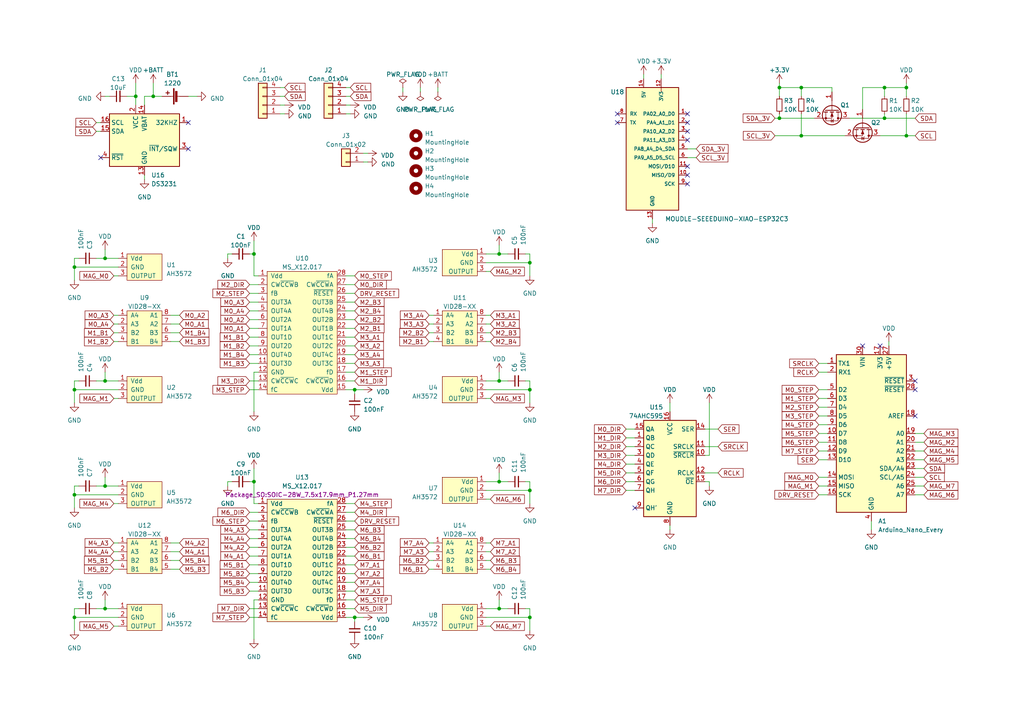
<source format=kicad_sch>
(kicad_sch (version 20230121) (generator eeschema)
  (paper "A4")
  (junction (at 21.59 143.51))
  (junction (at 21.59 179.07))
  (junction (at 153.67 113.03))
  (junction (at 144.78 73.66))
  (junction (at 256.54 34.29))
  (junction (at 144.78 176.53))
  (junction (at 153.67 179.07))
  (junction (at 226.06 34.29))
  (junction (at 30.48 74.93))
  (junction (at 30.48 110.49))
  (junction (at 262.89 39.37))
  (junction (at 232.41 25.4))
  (junction (at 256.54 25.4))
  (junction (at 102.87 113.03))
  (junction (at 21.59 113.03))
  (junction (at 73.66 139.7))
  (junction (at 102.87 179.07))
  (junction (at 226.06 25.4))
  (junction (at 30.48 140.97))
  (junction (at 30.48 176.53))
  (junction (at 44.45 27.94))
  (junction (at 153.67 142.24))
  (junction (at 153.67 76.2))
  (junction (at 144.78 139.7))
  (junction (at 144.78 110.49))
  (junction (at 21.59 77.47))
  (junction (at 232.41 39.37))
  (junction (at 262.89 25.4))
  (junction (at 73.66 73.66))
  (junction (at 39.37 27.94))
  (no_connect (at 199.39 35.56))
  (no_connect (at 250.19 100.33))
  (no_connect (at 179.07 33.02))
  (no_connect (at 199.39 53.34))
  (no_connect (at 179.07 35.56))
  (no_connect (at 265.43 110.49))
  (no_connect (at 199.39 38.1))
  (no_connect (at 54.61 43.18))
  (no_connect (at 265.43 120.65))
  (no_connect (at 29.21 45.72))
  (no_connect (at 255.27 100.33))
  (no_connect (at 184.15 147.32))
  (no_connect (at 265.43 113.03))
  (no_connect (at 199.39 40.64))
  (no_connect (at 54.61 35.56))
  (no_connect (at 199.39 48.26))
  (no_connect (at 199.39 33.02))
  (no_connect (at 199.39 50.8))
  (wire (pts (xy 181.61 129.54) (xy 184.15 129.54)))
  (wire (pts (xy 102.87 100.33) (xy 100.33 100.33)))
  (wire (pts (xy 33.02 115.57) (xy 34.29 115.57)))
  (wire (pts (xy 153.67 110.49) (xy 153.67 113.03)))
  (wire (pts (xy 72.39 82.55) (xy 74.93 82.55)))
  (wire (pts (xy 33.02 157.48) (xy 34.29 157.48)))
  (wire (pts (xy 204.47 129.54) (xy 208.28 129.54)))
  (wire (pts (xy 140.97 73.66) (xy 144.78 73.66)))
  (wire (pts (xy 66.04 73.66) (xy 66.04 74.93)))
  (wire (pts (xy 144.78 107.95) (xy 144.78 110.49)))
  (wire (pts (xy 144.78 137.16) (xy 144.78 139.7)))
  (wire (pts (xy 100.33 25.4) (xy 101.6 25.4)))
  (wire (pts (xy 140.97 93.98) (xy 142.24 93.98)))
  (wire (pts (xy 226.06 33.02) (xy 226.06 34.29)))
  (wire (pts (xy 255.27 39.37) (xy 262.89 39.37)))
  (wire (pts (xy 140.97 139.7) (xy 144.78 139.7)))
  (wire (pts (xy 102.87 92.71) (xy 100.33 92.71)))
  (wire (pts (xy 152.4 139.7) (xy 153.67 139.7)))
  (wire (pts (xy 237.49 133.35) (xy 240.03 133.35)))
  (wire (pts (xy 49.53 99.06) (xy 52.07 99.06)))
  (wire (pts (xy 147.32 110.49) (xy 144.78 110.49)))
  (wire (pts (xy 102.87 95.25) (xy 100.33 95.25)))
  (wire (pts (xy 116.84 25.4) (xy 116.84 26.67)))
  (wire (pts (xy 41.91 30.48) (xy 41.91 27.94)))
  (wire (pts (xy 226.06 34.29) (xy 236.22 34.29)))
  (wire (pts (xy 33.02 93.98) (xy 34.29 93.98)))
  (wire (pts (xy 73.66 135.89) (xy 73.66 139.7)))
  (wire (pts (xy 124.46 157.48) (xy 125.73 157.48)))
  (wire (pts (xy 67.31 73.66) (xy 66.04 73.66)))
  (wire (pts (xy 265.43 135.89) (xy 267.97 135.89)))
  (wire (pts (xy 27.94 110.49) (xy 30.48 110.49)))
  (wire (pts (xy 124.46 165.1) (xy 125.73 165.1)))
  (wire (pts (xy 237.49 140.97) (xy 240.03 140.97)))
  (wire (pts (xy 27.94 176.53) (xy 30.48 176.53)))
  (wire (pts (xy 265.43 143.51) (xy 267.97 143.51)))
  (wire (pts (xy 49.53 91.44) (xy 52.07 91.44)))
  (wire (pts (xy 100.33 30.48) (xy 101.6 30.48)))
  (wire (pts (xy 33.02 160.02) (xy 34.29 160.02)))
  (wire (pts (xy 181.61 132.08) (xy 184.15 132.08)))
  (wire (pts (xy 34.29 74.93) (xy 30.48 74.93)))
  (wire (pts (xy 124.46 93.98) (xy 125.73 93.98)))
  (wire (pts (xy 140.97 91.44) (xy 142.24 91.44)))
  (wire (pts (xy 252.73 151.13) (xy 252.73 153.67)))
  (wire (pts (xy 256.54 25.4) (xy 262.89 25.4)))
  (wire (pts (xy 232.41 25.4) (xy 232.41 27.94)))
  (wire (pts (xy 127 25.4) (xy 127 26.67)))
  (wire (pts (xy 21.59 143.51) (xy 34.29 143.51)))
  (wire (pts (xy 102.87 105.41) (xy 100.33 105.41)))
  (wire (pts (xy 100.33 80.01) (xy 102.87 80.01)))
  (wire (pts (xy 33.02 162.56) (xy 34.29 162.56)))
  (wire (pts (xy 30.48 107.95) (xy 30.48 110.49)))
  (wire (pts (xy 152.4 176.53) (xy 153.67 176.53)))
  (wire (pts (xy 27.94 74.93) (xy 30.48 74.93)))
  (wire (pts (xy 140.97 96.52) (xy 142.24 96.52)))
  (wire (pts (xy 241.3 25.4) (xy 241.3 26.67)))
  (wire (pts (xy 73.66 119.38) (xy 73.66 107.95)))
  (wire (pts (xy 256.54 34.29) (xy 256.54 33.02)))
  (wire (pts (xy 81.28 30.48) (xy 82.55 30.48)))
  (wire (pts (xy 140.97 99.06) (xy 142.24 99.06)))
  (wire (pts (xy 33.02 80.01) (xy 34.29 80.01)))
  (wire (pts (xy 102.87 171.45) (xy 100.33 171.45)))
  (wire (pts (xy 100.33 33.02) (xy 101.6 33.02)))
  (wire (pts (xy 237.49 130.81) (xy 240.03 130.81)))
  (wire (pts (xy 140.97 110.49) (xy 144.78 110.49)))
  (wire (pts (xy 72.39 151.13) (xy 74.93 151.13)))
  (wire (pts (xy 265.43 138.43) (xy 267.97 138.43)))
  (wire (pts (xy 226.06 25.4) (xy 226.06 27.94)))
  (wire (pts (xy 181.61 127) (xy 184.15 127)))
  (wire (pts (xy 147.32 176.53) (xy 144.78 176.53)))
  (wire (pts (xy 105.41 46.99) (xy 106.68 46.99)))
  (wire (pts (xy 44.45 27.94) (xy 46.99 27.94)))
  (wire (pts (xy 72.39 156.21) (xy 74.93 156.21)))
  (wire (pts (xy 49.53 96.52) (xy 52.07 96.52)))
  (wire (pts (xy 102.87 87.63) (xy 100.33 87.63)))
  (wire (pts (xy 144.78 71.12) (xy 144.78 73.66)))
  (wire (pts (xy 142.24 181.61) (xy 140.97 181.61)))
  (wire (pts (xy 100.33 110.49) (xy 102.87 110.49)))
  (wire (pts (xy 191.77 21.59) (xy 191.77 22.86)))
  (wire (pts (xy 153.67 113.03) (xy 140.97 113.03)))
  (wire (pts (xy 21.59 77.47) (xy 34.29 77.47)))
  (wire (pts (xy 232.41 39.37) (xy 245.11 39.37)))
  (wire (pts (xy 153.67 73.66) (xy 153.67 76.2)))
  (wire (pts (xy 102.87 113.03) (xy 102.87 114.3)))
  (wire (pts (xy 237.49 123.19) (xy 240.03 123.19)))
  (wire (pts (xy 33.02 91.44) (xy 34.29 91.44)))
  (wire (pts (xy 142.24 115.57) (xy 140.97 115.57)))
  (wire (pts (xy 81.28 25.4) (xy 82.55 25.4)))
  (wire (pts (xy 246.38 34.29) (xy 256.54 34.29)))
  (wire (pts (xy 72.39 95.25) (xy 74.93 95.25)))
  (wire (pts (xy 100.33 148.59) (xy 102.87 148.59)))
  (wire (pts (xy 67.31 139.7) (xy 66.04 139.7)))
  (wire (pts (xy 72.39 161.29) (xy 74.93 161.29)))
  (wire (pts (xy 142.24 144.78) (xy 140.97 144.78)))
  (wire (pts (xy 153.67 139.7) (xy 153.67 142.24)))
  (wire (pts (xy 39.37 27.94) (xy 39.37 30.48)))
  (wire (pts (xy 237.49 118.11) (xy 240.03 118.11)))
  (wire (pts (xy 102.87 153.67) (xy 100.33 153.67)))
  (wire (pts (xy 34.29 176.53) (xy 30.48 176.53)))
  (wire (pts (xy 140.97 160.02) (xy 142.24 160.02)))
  (wire (pts (xy 140.97 165.1) (xy 142.24 165.1)))
  (wire (pts (xy 181.61 134.62) (xy 184.15 134.62)))
  (wire (pts (xy 44.45 24.13) (xy 44.45 27.94)))
  (wire (pts (xy 30.48 138.43) (xy 30.48 140.97)))
  (wire (pts (xy 72.39 87.63) (xy 74.93 87.63)))
  (wire (pts (xy 72.39 105.41) (xy 74.93 105.41)))
  (wire (pts (xy 102.87 179.07) (xy 105.41 179.07)))
  (wire (pts (xy 73.66 69.85) (xy 73.66 73.66)))
  (wire (pts (xy 100.33 82.55) (xy 102.87 82.55)))
  (wire (pts (xy 153.67 179.07) (xy 140.97 179.07)))
  (wire (pts (xy 237.49 107.95) (xy 240.03 107.95)))
  (wire (pts (xy 72.39 163.83) (xy 74.93 163.83)))
  (wire (pts (xy 189.23 63.5) (xy 189.23 64.77)))
  (wire (pts (xy 49.53 160.02) (xy 52.07 160.02)))
  (wire (pts (xy 72.39 168.91) (xy 74.93 168.91)))
  (wire (pts (xy 262.89 25.4) (xy 262.89 24.13)))
  (wire (pts (xy 33.02 165.1) (xy 34.29 165.1)))
  (wire (pts (xy 81.28 33.02) (xy 82.55 33.02)))
  (wire (pts (xy 100.33 176.53) (xy 102.87 176.53)))
  (wire (pts (xy 153.67 76.2) (xy 153.67 80.01)))
  (wire (pts (xy 72.39 148.59) (xy 74.93 148.59)))
  (wire (pts (xy 100.33 107.95) (xy 102.87 107.95)))
  (wire (pts (xy 33.02 146.05) (xy 34.29 146.05)))
  (wire (pts (xy 237.49 113.03) (xy 240.03 113.03)))
  (wire (pts (xy 41.91 27.94) (xy 44.45 27.94)))
  (wire (pts (xy 237.49 105.41) (xy 240.03 105.41)))
  (wire (pts (xy 102.87 102.87) (xy 100.33 102.87)))
  (wire (pts (xy 49.53 162.56) (xy 52.07 162.56)))
  (wire (pts (xy 121.92 25.4) (xy 121.92 26.67)))
  (wire (pts (xy 262.89 39.37) (xy 262.89 33.02)))
  (wire (pts (xy 72.39 92.71) (xy 74.93 92.71)))
  (wire (pts (xy 22.86 74.93) (xy 21.59 74.93)))
  (wire (pts (xy 73.66 107.95) (xy 74.93 107.95)))
  (wire (pts (xy 74.93 146.05) (xy 73.66 146.05)))
  (wire (pts (xy 72.39 153.67) (xy 74.93 153.67)))
  (wire (pts (xy 72.39 90.17) (xy 74.93 90.17)))
  (wire (pts (xy 72.39 102.87) (xy 74.93 102.87)))
  (wire (pts (xy 100.33 151.13) (xy 102.87 151.13)))
  (wire (pts (xy 72.39 179.07) (xy 74.93 179.07)))
  (wire (pts (xy 30.48 72.39) (xy 30.48 74.93)))
  (wire (pts (xy 100.33 173.99) (xy 102.87 173.99)))
  (wire (pts (xy 257.81 99.06) (xy 257.81 100.33)))
  (wire (pts (xy 256.54 34.29) (xy 265.43 34.29)))
  (wire (pts (xy 124.46 160.02) (xy 125.73 160.02)))
  (wire (pts (xy 74.93 80.01) (xy 73.66 80.01)))
  (wire (pts (xy 256.54 25.4) (xy 256.54 27.94)))
  (wire (pts (xy 34.29 140.97) (xy 30.48 140.97)))
  (wire (pts (xy 140.97 176.53) (xy 144.78 176.53)))
  (wire (pts (xy 232.41 25.4) (xy 241.3 25.4)))
  (wire (pts (xy 102.87 163.83) (xy 100.33 163.83)))
  (wire (pts (xy 237.49 115.57) (xy 240.03 115.57)))
  (wire (pts (xy 105.41 44.45) (xy 106.68 44.45)))
  (wire (pts (xy 152.4 110.49) (xy 153.67 110.49)))
  (wire (pts (xy 153.67 142.24) (xy 140.97 142.24)))
  (wire (pts (xy 181.61 139.7) (xy 184.15 139.7)))
  (wire (pts (xy 66.04 139.7) (xy 66.04 140.97)))
  (wire (pts (xy 237.49 120.65) (xy 240.03 120.65)))
  (wire (pts (xy 30.48 173.99) (xy 30.48 176.53)))
  (wire (pts (xy 237.49 143.51) (xy 240.03 143.51)))
  (wire (pts (xy 100.33 113.03) (xy 102.87 113.03)))
  (wire (pts (xy 73.66 73.66) (xy 73.66 80.01)))
  (wire (pts (xy 27.94 140.97) (xy 30.48 140.97)))
  (wire (pts (xy 39.37 24.13) (xy 39.37 27.94)))
  (wire (pts (xy 27.94 38.1) (xy 29.21 38.1)))
  (wire (pts (xy 72.39 166.37) (xy 74.93 166.37)))
  (wire (pts (xy 186.69 21.59) (xy 186.69 22.86)))
  (wire (pts (xy 100.33 27.94) (xy 101.6 27.94)))
  (wire (pts (xy 204.47 139.7) (xy 205.74 139.7)))
  (wire (pts (xy 21.59 179.07) (xy 21.59 182.88)))
  (wire (pts (xy 72.39 171.45) (xy 74.93 171.45)))
  (wire (pts (xy 102.87 179.07) (xy 102.87 180.34)))
  (wire (pts (xy 49.53 93.98) (xy 52.07 93.98)))
  (wire (pts (xy 21.59 143.51) (xy 21.59 147.32)))
  (wire (pts (xy 100.33 85.09) (xy 102.87 85.09)))
  (wire (pts (xy 204.47 132.08) (xy 205.74 132.08)))
  (wire (pts (xy 124.46 162.56) (xy 125.73 162.56)))
  (wire (pts (xy 181.61 142.24) (xy 184.15 142.24)))
  (wire (pts (xy 237.49 128.27) (xy 240.03 128.27)))
  (wire (pts (xy 102.87 161.29) (xy 100.33 161.29)))
  (wire (pts (xy 147.32 139.7) (xy 144.78 139.7)))
  (wire (pts (xy 153.67 113.03) (xy 153.67 116.84)))
  (wire (pts (xy 36.83 27.94) (xy 39.37 27.94)))
  (wire (pts (xy 72.39 100.33) (xy 74.93 100.33)))
  (wire (pts (xy 100.33 146.05) (xy 102.87 146.05)))
  (wire (pts (xy 27.94 35.56) (xy 29.21 35.56)))
  (wire (pts (xy 199.39 45.72) (xy 201.93 45.72)))
  (wire (pts (xy 34.29 110.49) (xy 30.48 110.49)))
  (wire (pts (xy 250.19 25.4) (xy 256.54 25.4)))
  (wire (pts (xy 33.02 181.61) (xy 34.29 181.61)))
  (wire (pts (xy 153.67 176.53) (xy 153.67 179.07)))
  (wire (pts (xy 262.89 39.37) (xy 265.43 39.37)))
  (wire (pts (xy 102.87 168.91) (xy 100.33 168.91)))
  (wire (pts (xy 21.59 77.47) (xy 21.59 81.28)))
  (wire (pts (xy 153.67 76.2) (xy 140.97 76.2)))
  (wire (pts (xy 124.46 99.06) (xy 125.73 99.06)))
  (wire (pts (xy 72.39 113.03) (xy 74.93 113.03)))
  (wire (pts (xy 204.47 137.16) (xy 208.28 137.16)))
  (wire (pts (xy 194.31 116.84) (xy 194.31 119.38)))
  (wire (pts (xy 21.59 140.97) (xy 21.59 143.51)))
  (wire (pts (xy 226.06 24.13) (xy 226.06 25.4)))
  (wire (pts (xy 72.39 73.66) (xy 73.66 73.66)))
  (wire (pts (xy 72.39 176.53) (xy 74.93 176.53)))
  (wire (pts (xy 22.86 140.97) (xy 21.59 140.97)))
  (wire (pts (xy 226.06 25.4) (xy 232.41 25.4)))
  (wire (pts (xy 102.87 158.75) (xy 100.33 158.75)))
  (wire (pts (xy 21.59 179.07) (xy 34.29 179.07)))
  (wire (pts (xy 30.48 27.94) (xy 31.75 27.94)))
  (wire (pts (xy 72.39 158.75) (xy 74.93 158.75)))
  (wire (pts (xy 250.19 31.75) (xy 250.19 25.4)))
  (wire (pts (xy 21.59 113.03) (xy 21.59 116.84)))
  (wire (pts (xy 49.53 157.48) (xy 52.07 157.48)))
  (wire (pts (xy 265.43 125.73) (xy 267.97 125.73)))
  (wire (pts (xy 33.02 99.06) (xy 34.29 99.06)))
  (wire (pts (xy 73.66 173.99) (xy 74.93 173.99)))
  (wire (pts (xy 194.31 152.4) (xy 194.31 153.67)))
  (wire (pts (xy 237.49 125.73) (xy 240.03 125.73)))
  (wire (pts (xy 21.59 110.49) (xy 21.59 113.03)))
  (wire (pts (xy 237.49 138.43) (xy 240.03 138.43)))
  (wire (pts (xy 199.39 43.18) (xy 201.93 43.18)))
  (wire (pts (xy 205.74 139.7) (xy 205.74 140.97)))
  (wire (pts (xy 21.59 74.93) (xy 21.59 77.47)))
  (wire (pts (xy 72.39 97.79) (xy 74.93 97.79)))
  (wire (pts (xy 102.87 97.79) (xy 100.33 97.79)))
  (wire (pts (xy 205.74 132.08) (xy 205.74 116.84)))
  (wire (pts (xy 147.32 73.66) (xy 144.78 73.66)))
  (wire (pts (xy 22.86 110.49) (xy 21.59 110.49)))
  (wire (pts (xy 181.61 124.46) (xy 184.15 124.46)))
  (wire (pts (xy 124.46 96.52) (xy 125.73 96.52)))
  (wire (pts (xy 102.87 166.37) (xy 100.33 166.37)))
  (wire (pts (xy 140.97 162.56) (xy 142.24 162.56)))
  (wire (pts (xy 153.67 142.24) (xy 153.67 146.05)))
  (wire (pts (xy 41.91 50.8) (xy 41.91 52.07)))
  (wire (pts (xy 142.24 78.74) (xy 140.97 78.74)))
  (wire (pts (xy 144.78 173.99) (xy 144.78 176.53)))
  (wire (pts (xy 33.02 96.52) (xy 34.29 96.52)))
  (wire (pts (xy 81.28 27.94) (xy 82.55 27.94)))
  (wire (pts (xy 72.39 110.49) (xy 74.93 110.49)))
  (wire (pts (xy 102.87 156.21) (xy 100.33 156.21)))
  (wire (pts (xy 224.79 39.37) (xy 232.41 39.37)))
  (wire (pts (xy 181.61 137.16) (xy 184.15 137.16)))
  (wire (pts (xy 262.89 25.4) (xy 262.89 27.94)))
  (wire (pts (xy 204.47 124.46) (xy 208.28 124.46)))
  (wire (pts (xy 102.87 113.03) (xy 105.41 113.03)))
  (wire (pts (xy 265.43 128.27) (xy 267.97 128.27)))
  (wire (pts (xy 100.33 179.07) (xy 102.87 179.07)))
  (wire (pts (xy 265.43 130.81) (xy 267.97 130.81)))
  (wire (pts (xy 54.61 27.94) (xy 57.15 27.94)))
  (wire (pts (xy 124.46 91.44) (xy 125.73 91.44)))
  (wire (pts (xy 265.43 140.97) (xy 267.97 140.97)))
  (wire (pts (xy 21.59 113.03) (xy 34.29 113.03)))
  (wire (pts (xy 265.43 133.35) (xy 267.97 133.35)))
  (wire (pts (xy 72.39 139.7) (xy 73.66 139.7)))
  (wire (pts (xy 152.4 73.66) (xy 153.67 73.66)))
  (wire (pts (xy 73.66 185.42) (xy 73.66 173.99)))
  (wire (pts (xy 232.41 33.02) (xy 232.41 39.37)))
  (wire (pts (xy 49.53 165.1) (xy 52.07 165.1)))
  (wire (pts (xy 73.66 139.7) (xy 73.66 146.05)))
  (wire (pts (xy 140.97 157.48) (xy 142.24 157.48)))
  (wire (pts (xy 153.67 179.07) (xy 153.67 182.88)))
  (wire (pts (xy 22.86 176.53) (xy 21.59 176.53)))
  (wire (pts (xy 72.39 85.09) (xy 74.93 85.09)))
  (wire (pts (xy 21.59 176.53) (xy 21.59 179.07)))
  (wire (pts (xy 102.87 90.17) (xy 100.33 90.17)))
  (wire (pts (xy 224.79 34.29) (xy 226.06 34.29)))
  (global_label "M1_B4" (shape input) (at 52.07 96.52 0) (property "Intersheetrefs" "${INTERSHEET_REFS}" (effects hide)))
  (global_label "M4_A4" (shape input) (at 33.02 160.02 180) (property "Intersheetrefs" "${INTERSHEET_REFS}" (effects hide)))
  (global_label "SRCLK" (shape input) (at 237.49 105.41 180) (property "Intersheetrefs" "${INTERSHEET_REFS}" (effects hide)))
  (global_label "DRV_RESET" (shape input) (at 102.87 151.13 0) (property "Intersheetrefs" "${INTERSHEET_REFS}" (effects hide)))
  (global_label "SDA_3V" (shape input) (at 224.79 34.29 180) (property "Intersheetrefs" "${INTERSHEET_REFS}" (effects hide)))
  (global_label "M4_DIR" (shape input) (at 181.61 134.62 180) (property "Intersheetrefs" "${INTERSHEET_REFS}" (effects hide)))
  (global_label "M1_DIR" (shape input) (at 102.87 110.49 0) (property "Intersheetrefs" "${INTERSHEET_REFS}" (effects hide)))
  (global_label "SCL" (shape input) (at 27.94 35.56 180) (property "Intersheetrefs" "${INTERSHEET_REFS}" (effects hide)))
  (global_label "M5_B4" (shape input) (at 72.39 168.91 180) (property "Intersheetrefs" "${INTERSHEET_REFS}" (effects hide)))
  (global_label "MAG_M6" (shape input) (at 267.97 143.51 0) (property "Intersheetrefs" "${INTERSHEET_REFS}" (effects hide)))
  (global_label "M3_A1" (shape input) (at 142.24 91.44 0) (property "Intersheetrefs" "${INTERSHEET_REFS}" (effects hide)))
  (global_label "M0_DIR" (shape input) (at 102.87 82.55 0) (property "Intersheetrefs" "${INTERSHEET_REFS}" (effects hide)))
  (global_label "SER" (shape input) (at 237.49 133.35 180) (property "Intersheetrefs" "${INTERSHEET_REFS}" (effects hide)))
  (global_label "M3_STEP" (shape input) (at 237.49 120.65 180) (property "Intersheetrefs" "${INTERSHEET_REFS}" (effects hide)))
  (global_label "M7_A1" (shape input) (at 102.87 163.83 0) (property "Intersheetrefs" "${INTERSHEET_REFS}" (effects hide)))
  (global_label "M4_STEP" (shape input) (at 102.87 146.05 0) (property "Intersheetrefs" "${INTERSHEET_REFS}" (effects hide)))
  (global_label "M6_STEP" (shape input) (at 237.49 128.27 180) (property "Intersheetrefs" "${INTERSHEET_REFS}" (effects hide)))
  (global_label "M1_STEP" (shape input) (at 102.87 107.95 0) (property "Intersheetrefs" "${INTERSHEET_REFS}" (effects hide)))
  (global_label "M7_A2" (shape input) (at 142.24 160.02 0) (property "Intersheetrefs" "${INTERSHEET_REFS}" (effects hide)))
  (global_label "M5_STEP" (shape input) (at 237.49 125.73 180) (property "Intersheetrefs" "${INTERSHEET_REFS}" (effects hide)))
  (global_label "SDA" (shape input) (at 101.6 27.94 0) (property "Intersheetrefs" "${INTERSHEET_REFS}" (effects hide)))
  (global_label "M1_B3" (shape input) (at 72.39 105.41 180) (property "Intersheetrefs" "${INTERSHEET_REFS}" (effects hide)))
  (global_label "SDA" (shape input) (at 82.55 27.94 0) (property "Intersheetrefs" "${INTERSHEET_REFS}" (effects hide)))
  (global_label "SCL" (shape input) (at 265.43 39.37 0) (property "Intersheetrefs" "${INTERSHEET_REFS}" (effects hide)))
  (global_label "M2_STEP" (shape input) (at 237.49 118.11 180) (property "Intersheetrefs" "${INTERSHEET_REFS}" (effects hide)))
  (global_label "M0_DIR" (shape input) (at 181.61 124.46 180) (property "Intersheetrefs" "${INTERSHEET_REFS}" (effects hide)))
  (global_label "M0_A1" (shape input) (at 52.07 93.98 0) (property "Intersheetrefs" "${INTERSHEET_REFS}" (effects hide)))
  (global_label "M1_B3" (shape input) (at 52.07 99.06 0) (property "Intersheetrefs" "${INTERSHEET_REFS}" (effects hide)))
  (global_label "M3_A2" (shape input) (at 142.24 93.98 0) (property "Intersheetrefs" "${INTERSHEET_REFS}" (effects hide)))
  (global_label "M3_A2" (shape input) (at 102.87 100.33 0) (property "Intersheetrefs" "${INTERSHEET_REFS}" (effects hide)))
  (global_label "M3_A3" (shape input) (at 102.87 105.41 0) (property "Intersheetrefs" "${INTERSHEET_REFS}" (effects hide)))
  (global_label "M4_A3" (shape input) (at 33.02 157.48 180) (property "Intersheetrefs" "${INTERSHEET_REFS}" (effects hide)))
  (global_label "M5_B1" (shape input) (at 33.02 162.56 180) (property "Intersheetrefs" "${INTERSHEET_REFS}" (effects hide)))
  (global_label "M2_B2" (shape input) (at 102.87 92.71 0) (property "Intersheetrefs" "${INTERSHEET_REFS}" (effects hide)))
  (global_label "MAG_M1" (shape input) (at 237.49 140.97 180) (property "Intersheetrefs" "${INTERSHEET_REFS}" (effects hide)))
  (global_label "DRV_RESET" (shape input) (at 237.49 143.51 180) (property "Intersheetrefs" "${INTERSHEET_REFS}" (effects hide)))
  (global_label "SDA_3V" (shape input) (at 201.93 43.18 0) (property "Intersheetrefs" "${INTERSHEET_REFS}" (effects hide)))
  (global_label "M7_DIR" (shape input) (at 72.39 176.53 180) (property "Intersheetrefs" "${INTERSHEET_REFS}" (effects hide)))
  (global_label "MAG_M4" (shape input) (at 267.97 130.81 0) (property "Intersheetrefs" "${INTERSHEET_REFS}" (effects hide)))
  (global_label "M3_DIR" (shape input) (at 181.61 132.08 180) (property "Intersheetrefs" "${INTERSHEET_REFS}" (effects hide)))
  (global_label "M7_A3" (shape input) (at 102.87 171.45 0) (property "Intersheetrefs" "${INTERSHEET_REFS}" (effects hide)))
  (global_label "M4_A2" (shape input) (at 72.39 158.75 180) (property "Intersheetrefs" "${INTERSHEET_REFS}" (effects hide)))
  (global_label "M3_A4" (shape input) (at 102.87 102.87 0) (property "Intersheetrefs" "${INTERSHEET_REFS}" (effects hide)))
  (global_label "MAG_M5" (shape input) (at 267.97 133.35 0) (property "Intersheetrefs" "${INTERSHEET_REFS}" (effects hide)))
  (global_label "M2_STEP" (shape input) (at 72.39 85.09 180) (property "Intersheetrefs" "${INTERSHEET_REFS}" (effects hide)))
  (global_label "M6_B4" (shape input) (at 142.24 165.1 0) (property "Intersheetrefs" "${INTERSHEET_REFS}" (effects hide)))
  (global_label "M7_DIR" (shape input) (at 181.61 142.24 180) (property "Intersheetrefs" "${INTERSHEET_REFS}" (effects hide)))
  (global_label "MAG_M2" (shape input) (at 267.97 128.27 0) (property "Intersheetrefs" "${INTERSHEET_REFS}" (effects hide)))
  (global_label "M0_STEP" (shape input) (at 237.49 113.03 180) (property "Intersheetrefs" "${INTERSHEET_REFS}" (effects hide)))
  (global_label "MAG_M7" (shape input) (at 267.97 140.97 0) (property "Intersheetrefs" "${INTERSHEET_REFS}" (effects hide)))
  (global_label "SCL" (shape input) (at 267.97 138.43 0) (property "Intersheetrefs" "${INTERSHEET_REFS}" (effects hide)))
  (global_label "M0_A4" (shape input) (at 33.02 93.98 180) (property "Intersheetrefs" "${INTERSHEET_REFS}" (effects hide)))
  (global_label "MAG_M3" (shape input) (at 142.24 115.57 0) (property "Intersheetrefs" "${INTERSHEET_REFS}" (effects hide)))
  (global_label "DRV_RESET" (shape input) (at 102.87 85.09 0) (property "Intersheetrefs" "${INTERSHEET_REFS}" (effects hide)))
  (global_label "M6_B1" (shape input) (at 102.87 161.29 0) (property "Intersheetrefs" "${INTERSHEET_REFS}" (effects hide)))
  (global_label "MAG_M7" (shape input) (at 142.24 181.61 0) (property "Intersheetrefs" "${INTERSHEET_REFS}" (effects hide)))
  (global_label "M5_B4" (shape input) (at 52.07 162.56 0) (property "Intersheetrefs" "${INTERSHEET_REFS}" (effects hide)))
  (global_label "M6_B3" (shape input) (at 142.24 162.56 0) (property "Intersheetrefs" "${INTERSHEET_REFS}" (effects hide)))
  (global_label "MAG_M1" (shape input) (at 33.02 115.57 180) (property "Intersheetrefs" "${INTERSHEET_REFS}" (effects hide)))
  (global_label "M2_B3" (shape input) (at 142.24 96.52 0) (property "Intersheetrefs" "${INTERSHEET_REFS}" (effects hide)))
  (global_label "M4_A3" (shape input) (at 72.39 153.67 180) (property "Intersheetrefs" "${INTERSHEET_REFS}" (effects hide)))
  (global_label "M1_STEP" (shape input) (at 237.49 115.57 180) (property "Intersheetrefs" "${INTERSHEET_REFS}" (effects hide)))
  (global_label "M3_A4" (shape input) (at 124.46 91.44 180) (property "Intersheetrefs" "${INTERSHEET_REFS}" (effects hide)))
  (global_label "M0_A1" (shape input) (at 72.39 95.25 180) (property "Intersheetrefs" "${INTERSHEET_REFS}" (effects hide)))
  (global_label "RCLK" (shape input) (at 208.28 137.16 0) (property "Intersheetrefs" "${INTERSHEET_REFS}" (effects hide)))
  (global_label "M1_DIR" (shape input) (at 181.61 127 180) (property "Intersheetrefs" "${INTERSHEET_REFS}" (effects hide)))
  (global_label "M5_B2" (shape input) (at 33.02 165.1 180) (property "Intersheetrefs" "${INTERSHEET_REFS}" (effects hide)))
  (global_label "M3_DIR" (shape input) (at 72.39 110.49 180) (property "Intersheetrefs" "${INTERSHEET_REFS}" (effects hide)))
  (global_label "M5_B3" (shape input) (at 52.07 165.1 0) (property "Intersheetrefs" "${INTERSHEET_REFS}" (effects hide)))
  (global_label "M5_B3" (shape input) (at 72.39 171.45 180) (property "Intersheetrefs" "${INTERSHEET_REFS}" (effects hide)))
  (global_label "M0_A4" (shape input) (at 72.39 90.17 180) (property "Intersheetrefs" "${INTERSHEET_REFS}" (effects hide)))
  (global_label "SDA" (shape input) (at 27.94 38.1 180) (property "Intersheetrefs" "${INTERSHEET_REFS}" (effects hide)))
  (global_label "SER" (shape input) (at 208.28 124.46 0) (property "Intersheetrefs" "${INTERSHEET_REFS}" (effects hide)))
  (global_label "M6_B1" (shape input) (at 124.46 165.1 180) (property "Intersheetrefs" "${INTERSHEET_REFS}" (effects hide)))
  (global_label "M6_DIR" (shape input) (at 181.61 139.7 180) (property "Intersheetrefs" "${INTERSHEET_REFS}" (effects hide)))
  (global_label "M5_DIR" (shape input) (at 181.61 137.16 180) (property "Intersheetrefs" "${INTERSHEET_REFS}" (effects hide)))
  (global_label "M7_STEP" (shape input) (at 72.39 179.07 180) (property "Intersheetrefs" "${INTERSHEET_REFS}" (effects hide)))
  (global_label "M6_B2" (shape input) (at 102.87 158.75 0) (property "Intersheetrefs" "${INTERSHEET_REFS}" (effects hide)))
  (global_label "M5_B2" (shape input) (at 72.39 166.37 180) (property "Intersheetrefs" "${INTERSHEET_REFS}" (effects hide)))
  (global_label "M6_B2" (shape input) (at 124.46 162.56 180) (property "Intersheetrefs" "${INTERSHEET_REFS}" (effects hide)))
  (global_label "M6_B4" (shape input) (at 102.87 156.21 0) (property "Intersheetrefs" "${INTERSHEET_REFS}" (effects hide)))
  (global_label "M1_B1" (shape input) (at 72.39 97.79 180) (property "Intersheetrefs" "${INTERSHEET_REFS}" (effects hide)))
  (global_label "M7_A4" (shape input) (at 124.46 157.48 180) (property "Intersheetrefs" "${INTERSHEET_REFS}" (effects hide)))
  (global_label "M5_STEP" (shape input) (at 102.87 173.99 0) (property "Intersheetrefs" "${INTERSHEET_REFS}" (effects hide)))
  (global_label "SRCLK" (shape input) (at 208.28 129.54 0) (property "Intersheetrefs" "${INTERSHEET_REFS}" (effects hide)))
  (global_label "SDA" (shape input) (at 265.43 34.29 0) (property "Intersheetrefs" "${INTERSHEET_REFS}" (effects hide)))
  (global_label "M6_DIR" (shape input) (at 72.39 148.59 180) (property "Intersheetrefs" "${INTERSHEET_REFS}" (effects hide)))
  (global_label "MAG_M4" (shape input) (at 33.02 146.05 180) (property "Intersheetrefs" "${INTERSHEET_REFS}" (effects hide)))
  (global_label "SCL_3V" (shape input) (at 224.79 39.37 180) (property "Intersheetrefs" "${INTERSHEET_REFS}" (effects hide)))
  (global_label "M3_A1" (shape input) (at 102.87 97.79 0) (property "Intersheetrefs" "${INTERSHEET_REFS}" (effects hide)))
  (global_label "M3_STEP" (shape input) (at 72.39 113.03 180) (property "Intersheetrefs" "${INTERSHEET_REFS}" (effects hide)))
  (global_label "M1_B1" (shape input) (at 33.02 96.52 180) (property "Intersheetrefs" "${INTERSHEET_REFS}" (effects hide)))
  (global_label "M6_STEP" (shape input) (at 72.39 151.13 180) (property "Intersheetrefs" "${INTERSHEET_REFS}" (effects hide)))
  (global_label "M4_DIR" (shape input) (at 102.87 148.59 0) (property "Intersheetrefs" "${INTERSHEET_REFS}" (effects hide)))
  (global_label "MAG_M0" (shape input) (at 33.02 80.01 180) (property "Intersheetrefs" "${INTERSHEET_REFS}" (effects hide)))
  (global_label "RCLK" (shape input) (at 237.49 107.95 180) (property "Intersheetrefs" "${INTERSHEET_REFS}" (effects hide)))
  (global_label "M2_B1" (shape input) (at 124.46 99.06 180) (property "Intersheetrefs" "${INTERSHEET_REFS}" (effects hide)))
  (global_label "M4_A1" (shape input) (at 72.39 161.29 180) (property "Intersheetrefs" "${INTERSHEET_REFS}" (effects hide)))
  (global_label "M7_A3" (shape input) (at 124.46 160.02 180) (property "Intersheetrefs" "${INTERSHEET_REFS}" (effects hide)))
  (global_label "M2_B3" (shape input) (at 102.87 87.63 0) (property "Intersheetrefs" "${INTERSHEET_REFS}" (effects hide)))
  (global_label "M0_A3" (shape input) (at 33.02 91.44 180) (property "Intersheetrefs" "${INTERSHEET_REFS}" (effects hide)))
  (global_label "SCL" (shape input) (at 101.6 25.4 0) (property "Intersheetrefs" "${INTERSHEET_REFS}" (effects hide)))
  (global_label "M1_B4" (shape input) (at 72.39 102.87 180) (property "Intersheetrefs" "${INTERSHEET_REFS}" (effects hide)))
  (global_label "M1_B2" (shape input) (at 72.39 100.33 180) (property "Intersheetrefs" "${INTERSHEET_REFS}" (effects hide)))
  (global_label "M2_DIR" (shape input) (at 72.39 82.55 180) (property "Intersheetrefs" "${INTERSHEET_REFS}" (effects hide)))
  (global_label "MAG_M6" (shape input) (at 142.24 144.78 0) (property "Intersheetrefs" "${INTERSHEET_REFS}" (effects hide)))
  (global_label "M4_A4" (shape input) (at 72.39 156.21 180) (property "Intersheetrefs" "${INTERSHEET_REFS}" (effects hide)))
  (global_label "M7_STEP" (shape input) (at 237.49 130.81 180) (property "Intersheetrefs" "${INTERSHEET_REFS}" (effects hide)))
  (global_label "MAG_M0" (shape input) (at 237.49 138.43 180) (property "Intersheetrefs" "${INTERSHEET_REFS}" (effects hide)))
  (global_label "SCL_3V" (shape input) (at 201.93 45.72 0) (property "Intersheetrefs" "${INTERSHEET_REFS}" (effects hide)))
  (global_label "MAG_M3" (shape input) (at 267.97 125.73 0) (property "Intersheetrefs" "${INTERSHEET_REFS}" (effects hide)))
  (global_label "SDA" (shape input) (at 267.97 135.89 0) (property "Intersheetrefs" "${INTERSHEET_REFS}" (effects hide)))
  (global_label "SCL" (shape input) (at 82.55 25.4 0) (property "Intersheetrefs" "${INTERSHEET_REFS}" (effects hide)))
  (global_label "M4_A1" (shape input) (at 52.07 160.02 0) (property "Intersheetrefs" "${INTERSHEET_REFS}" (effects hide)))
  (global_label "M3_A3" (shape input) (at 124.46 93.98 180) (property "Intersheetrefs" "${INTERSHEET_REFS}" (effects hide)))
  (global_label "M2_B4" (shape input) (at 102.87 90.17 0) (property "Intersheetrefs" "${INTERSHEET_REFS}" (effects hide)))
  (global_label "M4_STEP" (shape input) (at 237.49 123.19 180) (property "Intersheetrefs" "${INTERSHEET_REFS}" (effects hide)))
  (global_label "M0_A3" (shape input) (at 72.39 87.63 180) (property "Intersheetrefs" "${INTERSHEET_REFS}" (effects hide)))
  (global_label "M0_A2" (shape input) (at 72.39 92.71 180) (property "Intersheetrefs" "${INTERSHEET_REFS}" (effects hide)))
  (global_label "M2_B2" (shape input) (at 124.46 96.52 180) (property "Intersheetrefs" "${INTERSHEET_REFS}" (effects hide)))
  (global_label "M2_DIR" (shape input) (at 181.61 129.54 180) (property "Intersheetrefs" "${INTERSHEET_REFS}" (effects hide)))
  (global_label "M0_STEP" (shape input) (at 102.87 80.01 0) (property "Intersheetrefs" "${INTERSHEET_REFS}" (effects hide)))
  (global_label "M1_B2" (shape input) (at 33.02 99.06 180) (property "Intersheetrefs" "${INTERSHEET_REFS}" (effects hide)))
  (global_label "M6_B3" (shape input) (at 102.87 153.67 0) (property "Intersheetrefs" "${INTERSHEET_REFS}" (effects hide)))
  (global_label "M7_A4" (shape input) (at 102.87 168.91 0) (property "Intersheetrefs" "${INTERSHEET_REFS}" (effects hide)))
  (global_label "M2_B4" (shape input) (at 142.24 99.06 0) (property "Intersheetrefs" "${INTERSHEET_REFS}" (effects hide)))
  (global_label "M7_A2" (shape input) (at 102.87 166.37 0) (property "Intersheetrefs" "${INTERSHEET_REFS}" (effects hide)))
  (global_label "M0_A2" (shape input) (at 52.07 91.44 0) (property "Intersheetrefs" "${INTERSHEET_REFS}" (effects hide)))
  (global_label "M5_B1" (shape input) (at 72.39 163.83 180) (property "Intersheetrefs" "${INTERSHEET_REFS}" (effects hide)))
  (global_label "M4_A2" (shape input) (at 52.07 157.48 0) (property "Intersheetrefs" "${INTERSHEET_REFS}" (effects hide)))
  (global_label "MAG_M5" (shape input) (at 33.02 181.61 180) (property "Intersheetrefs" "${INTERSHEET_REFS}" (effects hide)))
  (global_label "M5_DIR" (shape input) (at 102.87 176.53 0) (property "Intersheetrefs" "${INTERSHEET_REFS}" (effects hide)))
  (global_label "M2_B1" (shape input) (at 102.87 95.25 0) (property "Intersheetrefs" "${INTERSHEET_REFS}" (effects hide)))
  (global_label "MAG_M2" (shape input) (at 142.24 78.74 0) (property "Intersheetrefs" "${INTERSHEET_REFS}" (effects hide)))
  (global_label "M7_A1" (shape input) (at 142.24 157.48 0) (property "Intersheetrefs" "${INTERSHEET_REFS}" (effects hide)))
  (symbol (lib_id "power:VDD") (at 257.81 99.06 0) (unit 1)
    (property "Reference" "#PWR01" (effects hide))
    (property "Value" "VDD" (at 257.81 95.25 0))
  )
  (symbol (lib_id "power:VDD") (at 30.48 72.39 0) (unit 1)
    (property "Reference" "#PWR020" (effects hide))
    (property "Value" "VDD" (at 30.48 68.58 0))
  )
  (symbol (lib_id "power:GND") (at 101.6 33.02 90) (unit 1)
    (property "Reference" "#PWR045" (effects hide))
    (property "Value" "GND" (at 105.41 33.655 90) (effects (justify right)))
  )
  (symbol (lib_id "Device:C_Small") (at 149.86 110.49 90) (unit 1)
    (property "Reference" "C6" (at 149.2313 107.95 0) (effects (justify left)))
    (property "Value" "100nF" (at 151.7713 107.95 0) (effects (justify left)))
    (property "Footprint" "Capacitor_SMD:C_0805_2012Metric_Pad1.18x1.45mm_HandSolder" (effects hide))
  )
  (symbol (lib_id "Adrian_lib:AH3572") (at 35.56 133.35 0) (unit 1)
    (property "Reference" "U5" (at 48.26 142.875 0) (effects (justify left)))
    (property "Value" "AH3572" (at 48.26 145.415 0) (effects (justify left)))
    (property "Footprint" "Adrian_library:AH3572-SOT-23" (effects hide))
  )
  (symbol (lib_id "Connector_Generic:Conn_01x04") (at 76.2 30.48 180) (unit 1)
    (property "Reference" "J1" (at 76.2 20.32 0))
    (property "Value" "Conn_01x04" (at 76.2 22.86 0))
    (property "Footprint" "Connector_JST:JST_SH_SM04B-SRSS-TB_1x04-1MP_P1.00mm_Horizontal" (effects hide))
  )
  (symbol (lib_id "Device:C_Small") (at 25.4 110.49 270) (mirror x) (unit 1)
    (property "Reference" "C4" (at 26.0287 107.95 0) (effects (justify left)))
    (property "Value" "100nF" (at 23.4887 107.95 0) (effects (justify left)))
    (property "Footprint" "Capacitor_SMD:C_0805_2012Metric_Pad1.18x1.45mm_HandSolder" (effects hide))
  )
  (symbol (lib_id "power:VDD") (at 73.66 69.85 0) (unit 1)
    (property "Reference" "#PWR010" (effects hide))
    (property "Value" "VDD" (at 73.66 66.04 0))
  )
  (symbol (lib_id "Device:C_Small") (at 34.29 27.94 90) (unit 1)
    (property "Reference" "C13" (at 34.2963 22.86 90))
    (property "Value" "10uF" (at 34.2963 25.4 90))
    (property "Footprint" "Capacitor_SMD:C_0805_2012Metric_Pad1.18x1.45mm_HandSolder" (effects hide))
  )
  (symbol (lib_id "power:GND") (at 106.68 46.99 90) (unit 1)
    (property "Reference" "#PWR048" (effects hide))
    (property "Value" "GND" (at 110.49 47.625 90) (effects (justify right)))
  )
  (symbol (lib_id "Adrian_lib:VID28-XX") (at 36.83 153.67 0) (unit 1)
    (property "Reference" "U12" (at 41.91 152.4 0))
    (property "Value" "VID28-XX" (at 41.91 154.94 0))
    (property "Footprint" "Adrian_library:VID28-XX_DownMount" (effects hide))
  )
  (symbol (lib_id "power:VDD") (at 30.48 138.43 0) (unit 1)
    (property "Reference" "#PWR025" (effects hide))
    (property "Value" "VDD" (at 30.48 134.62 0))
  )
  (symbol (lib_id "MCU_Module:Arduino_Nano_Every") (at 252.73 125.73 0) (unit 1)
    (property "Reference" "A1" (at 254.6859 151.13 0) (effects (justify left)))
    (property "Value" "Arduino_Nano_Every" (at 254.6859 153.67 0) (effects (justify left)))
    (property "Footprint" "Module:Arduino_Nano" (effects hide))
    (property "Datasheet" "https://content.arduino.cc/assets/NANOEveryV3.0_sch.pdf" (effects hide))
  )
  (symbol (lib_id "power:+BATT") (at 127 25.4 0) (unit 1)
    (property "Reference" "#PWR042" (effects hide))
    (property "Value" "+BATT" (at 127 21.59 0))
  )
  (symbol (lib_id "power:GND") (at 205.74 140.97 0) (unit 1)
    (property "Reference" "#PWR09" (effects hide))
    (property "Value" "GND" (at 205.74 146.05 0))
  )
  (symbol (lib_id "power:GND") (at 102.87 119.38 0) (unit 1)
    (property "Reference" "#PWR012" (effects hide))
    (property "Value" "GND" (at 102.87 124.46 0))
  )
  (symbol (lib_id "power:VDD") (at 144.78 107.95 0) (mirror y) (unit 1)
    (property "Reference" "#PWR022" (effects hide))
    (property "Value" "VDD" (at 144.78 104.14 0))
  )
  (symbol (lib_id "Connector_Generic:Conn_01x02") (at 100.33 46.99 180) (unit 1)
    (property "Reference" "J3" (at 100.33 39.37 0))
    (property "Value" "Conn_01x02" (at 100.33 41.91 0))
    (property "Footprint" "Connector_PinHeader_2.54mm:PinHeader_1x02_P2.54mm_Vertical" (effects hide))
  )
  (symbol (lib_id "Device:C_Small") (at 102.87 116.84 180) (unit 1)
    (property "Reference" "C2" (at 105.41 116.1986 0) (effects (justify right)))
    (property "Value" "100nF" (at 105.41 118.7386 0) (effects (justify right)))
    (property "Footprint" "Capacitor_SMD:C_0805_2012Metric_Pad1.18x1.45mm_HandSolder" (effects hide))
  )
  (symbol (lib_id "Adrian_lib:AH3572") (at 35.56 102.87 0) (unit 1)
    (property "Reference" "U2" (at 48.26 112.395 0) (effects (justify left)))
    (property "Value" "AH3572" (at 48.26 114.935 0) (effects (justify left)))
    (property "Footprint" "Adrian_library:AH3572-SOT-23" (effects hide))
  )
  (symbol (lib_id "Mechanical:MountingHole") (at 120.65 49.53 0) (unit 1)
    (property "Reference" "H3" (at 123.19 48.895 0) (effects (justify left)))
    (property "Value" "MountingHole" (at 123.19 51.435 0) (effects (justify left)))
    (property "Footprint" "MountingHole:MountingHole_3.2mm_M3_Pad" (effects hide))
  )
  (symbol (lib_id "Device:C_Small") (at 25.4 140.97 270) (mirror x) (unit 1)
    (property "Reference" "C7" (at 26.0287 138.43 0) (effects (justify left)))
    (property "Value" "100nF" (at 23.4887 138.43 0) (effects (justify left)))
    (property "Footprint" "Capacitor_SMD:C_0805_2012Metric_Pad1.18x1.45mm_HandSolder" (effects hide))
  )
  (symbol (lib_id "power:VDD") (at 205.74 116.84 0) (unit 1)
    (property "Reference" "#PWR07" (effects hide))
    (property "Value" "VDD" (at 205.74 113.03 0))
  )
  (symbol (lib_id "power:GND") (at 153.67 146.05 0) (mirror y) (unit 1)
    (property "Reference" "#PWR034" (effects hide))
    (property "Value" "GND" (at 153.67 151.13 0))
  )
  (symbol (lib_id "power:+3.3V") (at 191.77 21.59 0) (unit 1)
    (property "Reference" "#PWR046" (effects hide))
    (property "Value" "+3.3V" (at 191.77 17.78 0))
  )
  (symbol (lib_id "power:GND") (at 66.04 140.97 0) (unit 1)
    (property "Reference" "#PWR027" (effects hide))
    (property "Value" "GND" (at 66.04 146.05 0))
  )
  (symbol (lib_id "power:GND") (at 21.59 182.88 0) (unit 1)
    (property "Reference" "#PWR024" (effects hide))
    (property "Value" "GND" (at 21.59 187.96 0))
  )
  (symbol (lib_id "power:VDD") (at 39.37 24.13 0) (unit 1)
    (property "Reference" "#PWR039" (effects hide))
    (property "Value" "VDD" (at 39.37 20.32 0))
  )
  (symbol (lib_id "Transistor_FET:BSS138") (at 241.3 31.75 270) (unit 1)
    (property "Reference" "Q1" (at 245.11 30.48 90))
    (property "Value" "BSS138" (effects hide))
    (property "Footprint" "Package_TO_SOT_SMD:SOT-23" (effects hide))
    (property "Datasheet" "https://www.onsemi.com/pub/Collateral/BSS138-D.PDF" (effects hide))
  )
  (symbol (lib_id "power:VDD") (at 101.6 30.48 270) (unit 1)
    (property "Reference" "#PWR044" (effects hide))
    (property "Value" "VDD" (at 105.41 31.115 90) (effects (justify left)))
  )
  (symbol (lib_id "Device:C_Small") (at 149.86 73.66 90) (unit 1)
    (property "Reference" "C5" (at 149.2313 71.12 0) (effects (justify left)))
    (property "Value" "100nF" (at 151.7713 71.12 0) (effects (justify left)))
    (property "Footprint" "Capacitor_SMD:C_0805_2012Metric_Pad1.18x1.45mm_HandSolder" (effects hide))
  )
  (symbol (lib_id "power:+BATT") (at 44.45 24.13 0) (unit 1)
    (property "Reference" "#PWR041" (effects hide))
    (property "Value" "+BATT" (at 44.45 20.32 0))
  )
  (symbol (lib_id "Transistor_FET:BSS138") (at 250.19 36.83 270) (unit 1)
    (property "Reference" "Q2" (at 254 35.56 90))
    (property "Value" "BSS138" (effects hide))
    (property "Footprint" "Package_TO_SOT_SMD:SOT-23" (effects hide))
    (property "Datasheet" "https://www.onsemi.com/pub/Collateral/BSS138-D.PDF" (effects hide))
  )
  (symbol (lib_id "power:VDD") (at 262.89 24.13 0) (unit 1)
    (property "Reference" "#PWR05" (effects hide))
    (property "Value" "VDD" (at 262.89 20.32 0))
  )
  (symbol (lib_id "Adrian_lib:AH3572") (at 139.7 66.04 0) (mirror y) (unit 1)
    (property "Reference" "U3" (at 127 75.565 0) (effects (justify left)))
    (property "Value" "AH3572" (at 127 78.105 0) (effects (justify left)))
    (property "Footprint" "Adrian_library:AH3572-SOT-23" (effects hide))
  )
  (symbol (lib_id "power:GND") (at 153.67 80.01 0) (mirror y) (unit 1)
    (property "Reference" "#PWR015" (effects hide))
    (property "Value" "GND" (at 153.67 85.09 0))
  )
  (symbol (lib_id "power:GND") (at 116.84 26.67 0) (unit 1)
    (property "Reference" "#PWR036" (effects hide))
    (property "Value" "GND" (at 116.84 31.75 0))
  )
  (symbol (lib_id "Adrian_lib:AH3572") (at 35.56 168.91 0) (unit 1)
    (property "Reference" "U6" (at 48.26 178.435 0) (effects (justify left)))
    (property "Value" "AH3572" (at 48.26 180.975 0) (effects (justify left)))
    (property "Footprint" "Adrian_library:AH3572-SOT-23" (effects hide))
  )
  (symbol (lib_id "power:GND") (at 153.67 116.84 0) (mirror y) (unit 1)
    (property "Reference" "#PWR021" (effects hide))
    (property "Value" "GND" (at 153.67 121.92 0))
  )
  (symbol (lib_id "power:GND") (at 30.48 27.94 270) (unit 1)
    (property "Reference" "#PWR040" (effects hide))
    (property "Value" "GND" (at 26.67 28.575 90) (effects (justify right)))
  )
  (symbol (lib_id "Device:C_Small") (at 149.86 139.7 90) (unit 1)
    (property "Reference" "C11" (at 149.2313 137.16 0) (effects (justify left)))
    (property "Value" "100nF" (at 151.7713 137.16 0) (effects (justify left)))
    (property "Footprint" "Capacitor_SMD:C_0805_2012Metric_Pad1.18x1.45mm_HandSolder" (effects hide))
  )
  (symbol (lib_id "Device:R_Small") (at 262.89 30.48 0) (unit 1)
    (property "Reference" "R2" (at 264.16 29.21 0) (effects (justify left)))
    (property "Value" "10K" (at 264.16 31.75 0) (effects (justify left)))
    (property "Footprint" "Resistor_SMD:R_0805_2012Metric_Pad1.20x1.40mm_HandSolder" (effects hide))
  )
  (symbol (lib_id "Adrian_lib:MS_X12.017") (at 74.93 76.2 0) (unit 1)
    (property "Reference" "U10" (at 87.63 74.93 0))
    (property "Value" "MS_X12.017" (at 87.63 77.47 0))
    (property "Footprint" "Package_SO:SOIC-28W_7.5x17.9mm_P1.27mm" (effects hide))
  )
  (symbol (lib_id "power:GND") (at 189.23 64.77 0) (unit 1)
    (property "Reference" "#PWR050" (effects hide))
    (property "Value" "GND" (at 189.23 69.85 0))
  )
  (symbol (lib_id "Adrian_lib:AH3572") (at 139.7 102.87 0) (mirror y) (unit 1)
    (property "Reference" "U4" (at 127 112.395 0) (effects (justify left)))
    (property "Value" "AH3572" (at 127 114.935 0) (effects (justify left)))
    (property "Footprint" "Adrian_library:AH3572-SOT-23" (effects hide))
  )
  (symbol (lib_id "Device:C_Small") (at 149.86 176.53 90) (unit 1)
    (property "Reference" "C12" (at 149.2313 173.99 0) (effects (justify left)))
    (property "Value" "100nF" (at 151.7713 173.99 0) (effects (justify left)))
    (property "Footprint" "Capacitor_SMD:C_0805_2012Metric_Pad1.18x1.45mm_HandSolder" (effects hide))
  )
  (symbol (lib_id "power:VDD") (at 186.69 21.59 0) (unit 1)
    (property "Reference" "#PWR049" (effects hide))
    (property "Value" "VDD" (at 186.69 17.78 0))
  )
  (symbol (lib_id "power:GND") (at 21.59 147.32 0) (unit 1)
    (property "Reference" "#PWR023" (effects hide))
    (property "Value" "GND" (at 21.59 152.4 0))
  )
  (symbol (lib_id "Timer_RTC:DS3231M") (at 41.91 40.64 0) (unit 1)
    (property "Reference" "U16" (at 43.8659 50.8 0) (effects (justify left)))
    (property "Value" "DS3231" (at 43.8659 53.34 0) (effects (justify left)))
    (property "Footprint" "Package_SO:SOIC-16W_7.5x10.3mm_P1.27mm" (effects hide))
    (property "Datasheet" "http://datasheets.maximintegrated.com/en/ds/DS3231.pdf" (effects hide))
  )
  (symbol (lib_id "power:VDD") (at 194.31 116.84 0) (unit 1)
    (property "Reference" "#PWR06" (effects hide))
    (property "Value" "VDD" (at 194.31 113.03 0))
  )
  (symbol (lib_id "Adrian_lib:MS_X12.017") (at 74.93 142.24 0) (unit 1)
    (property "Reference" "U13" (at 87.63 138.43 0))
    (property "Value" "MS_X12.017" (at 87.63 140.97 0))
    (property "Footprint" "Package_SO:SOIC-28W_7.5x17.9mm_P1.27mm" (at 87.63 143.51 0))
  )
  (symbol (lib_id "power:GND") (at 66.04 74.93 0) (unit 1)
    (property "Reference" "#PWR011" (effects hide))
    (property "Value" "GND" (at 66.04 80.01 0))
  )
  (symbol (lib_id "Mechanical:MountingHole") (at 120.65 39.37 0) (unit 1)
    (property "Reference" "H1" (at 123.19 38.735 0) (effects (justify left)))
    (property "Value" "MountingHole" (at 123.19 41.275 0) (effects (justify left)))
    (property "Footprint" "MountingHole:MountingHole_3.2mm_M3_Pad" (effects hide))
  )
  (symbol (lib_id "power:VDD") (at 82.55 30.48 270) (unit 1)
    (property "Reference" "#PWR043" (effects hide))
    (property "Value" "VDD" (at 86.36 31.115 90) (effects (justify left)))
  )
  (symbol (lib_id "power:PWR_FLAG") (at 127 26.67 180) (unit 1)
    (property "Reference" "#FLG03" (effects hide))
    (property "Value" "PWR_FLAG" (at 127 31.75 0))
  )
  (symbol (lib_id "power:GND") (at 21.59 81.28 0) (unit 1)
    (property "Reference" "#PWR019" (effects hide))
    (property "Value" "GND" (at 21.59 86.36 0))
  )
  (symbol (lib_id "power:GND") (at 21.59 116.84 0) (unit 1)
    (property "Reference" "#PWR018" (effects hide))
    (property "Value" "GND" (at 21.59 121.92 0))
  )
  (symbol (lib_id "power:VDD") (at 144.78 137.16 0) (mirror y) (unit 1)
    (property "Reference" "#PWR032" (effects hide))
    (property "Value" "VDD" (at 144.78 133.35 0))
  )
  (symbol (lib_id "Device:R_Small") (at 256.54 30.48 0) (unit 1)
    (property "Reference" "R1" (at 257.81 29.21 0) (effects (justify left)))
    (property "Value" "10K" (at 257.81 31.75 0) (effects (justify left)))
    (property "Footprint" "Resistor_SMD:R_0805_2012Metric_Pad1.20x1.40mm_HandSolder" (effects hide))
  )
  (symbol (lib_id "power:+3.3V") (at 226.06 24.13 0) (unit 1)
    (property "Reference" "#PWR052" (effects hide))
    (property "Value" "+3.3V" (at 226.06 20.32 0))
  )
  (symbol (lib_id "seeduino:seeduino xiao") (at 187.96 44.45 0) (unit 1)
    (property "Reference" "U18" (at 179.07 26.67 0))
    (property "Value" "MOUDLE-SEEEDUINO-XIAO-ESP32C3" (at 210.82 63.5 0))
    (property "Footprint" "seeduino:seeduino-MOUDLE14P-THT" (effects hide))
  )
  (symbol (lib_id "Adrian_lib:VID28-XX") (at 128.27 153.67 0) (unit 1)
    (property "Reference" "U14" (at 133.35 152.4 0))
    (property "Value" "VID28-XX" (at 133.35 154.94 0))
    (property "Footprint" "Adrian_library:VID28-XX_DownMount" (effects hide))
  )
  (symbol (lib_id "Device:R_Small") (at 226.06 30.48 0) (unit 1)
    (property "Reference" "R3" (at 227.33 29.21 0) (effects (justify left)))
    (property "Value" "10K" (at 227.33 31.75 0) (effects (justify left)))
    (property "Footprint" "Resistor_SMD:R_0805_2012Metric_Pad1.20x1.40mm_HandSolder" (effects hide))
  )
  (symbol (lib_id "power:VDD") (at 73.66 135.89 0) (unit 1)
    (property "Reference" "#PWR028" (effects hide))
    (property "Value" "VDD" (at 73.66 132.08 0))
  )
  (symbol (lib_id "power:VDD") (at 30.48 107.95 0) (unit 1)
    (property "Reference" "#PWR017" (effects hide))
    (property "Value" "VDD" (at 30.48 104.14 0))
  )
  (symbol (lib_id "power:VDD") (at 105.41 179.07 270) (unit 1)
    (property "Reference" "#PWR031" (effects hide))
    (property "Value" "VDD" (at 109.22 179.705 90) (effects (justify left)))
  )
  (symbol (lib_id "Device:C_Small") (at 25.4 74.93 270) (mirror x) (unit 1)
    (property "Reference" "C3" (at 26.0287 72.39 0) (effects (justify left)))
    (property "Value" "100nF" (at 23.4887 72.39 0) (effects (justify left)))
    (property "Footprint" "Capacitor_SMD:C_0805_2012Metric_Pad1.18x1.45mm_HandSolder" (effects hide))
  )
  (symbol (lib_id "power:VDD") (at 144.78 173.99 0) (mirror y) (unit 1)
    (property "Reference" "#PWR033" (effects hide))
    (property "Value" "VDD" (at 144.78 170.18 0))
  )
  (symbol (lib_id "74xx:74AHC595") (at 194.31 134.62 0) (mirror y) (unit 1)
    (property "Reference" "U15" (at 192.3541 118.11 0) (effects (justify left)))
    (property "Value" "74AHC595" (at 192.3541 120.65 0) (effects (justify left)))
    (property "Footprint" "Package_DIP:DIP-16_W7.62mm" (effects hide))
    (property "Datasheet" "https://assets.nexperia.com/documents/data-sheet/74AHC_AHCT595.pdf" (effects hide))
  )
  (symbol (lib_id "Device:R_Small") (at 232.41 30.48 0) (unit 1)
    (property "Reference" "R4" (at 233.68 29.21 0) (effects (justify left)))
    (property "Value" "10K" (at 233.68 31.75 0) (effects (justify left)))
    (property "Footprint" "Resistor_SMD:R_0805_2012Metric_Pad1.20x1.40mm_HandSolder" (effects hide))
  )
  (symbol (lib_id "power:VDD") (at 105.41 113.03 270) (unit 1)
    (property "Reference" "#PWR013" (effects hide))
    (property "Value" "VDD" (at 109.22 113.665 90) (effects (justify left)))
  )
  (symbol (lib_id "power:PWR_FLAG") (at 116.84 25.4 0) (unit 1)
    (property "Reference" "#FLG01" (effects hide))
    (property "Value" "PWR_FLAG" (at 116.84 21.59 0))
  )
  (symbol (lib_id "power:GND") (at 252.73 153.67 0) (unit 1)
    (property "Reference" "#PWR02" (effects hide))
    (property "Value" "GND" (at 252.73 158.75 0))
  )
  (symbol (lib_id "power:GND") (at 82.55 33.02 90) (unit 1)
    (property "Reference" "#PWR04" (effects hide))
    (property "Value" "GND" (at 86.36 33.655 90) (effects (justify right)))
  )
  (symbol (lib_id "power:GND") (at 41.91 52.07 0) (unit 1)
    (property "Reference" "#PWR038" (effects hide))
    (property "Value" "GND" (at 41.91 57.15 0))
  )
  (symbol (lib_id "Adrian_lib:VID28-XX") (at 128.27 87.63 0) (unit 1)
    (property "Reference" "U11" (at 133.35 86.36 0))
    (property "Value" "VID28-XX" (at 133.35 88.9 0))
    (property "Footprint" "Adrian_library:VID28-XX_DownMount" (effects hide))
  )
  (symbol (lib_id "Device:C_Small") (at 69.85 139.7 90) (unit 1)
    (property "Reference" "C9" (at 69.8563 134.62 90))
    (property "Value" "100nF" (at 69.8563 137.16 90))
    (property "Footprint" "Capacitor_SMD:C_0805_2012Metric_Pad1.18x1.45mm_HandSolder" (effects hide))
  )
  (symbol (lib_id "Adrian_lib:AH3572") (at 35.56 67.31 0) (unit 1)
    (property "Reference" "U1" (at 48.26 76.835 0) (effects (justify left)))
    (property "Value" "AH3572" (at 48.26 79.375 0) (effects (justify left)))
    (property "Footprint" "Adrian_library:AH3572-SOT-23" (effects hide))
  )
  (symbol (lib_id "Mechanical:MountingHole") (at 120.65 44.45 0) (unit 1)
    (property "Reference" "H2" (at 123.19 43.815 0) (effects (justify left)))
    (property "Value" "MountingHole" (at 123.19 46.355 0) (effects (justify left)))
    (property "Footprint" "MountingHole:MountingHole_3.2mm_M3_Pad" (effects hide))
  )
  (symbol (lib_id "Device:C_Small") (at 69.85 73.66 90) (unit 1)
    (property "Reference" "C1" (at 69.8563 68.58 90))
    (property "Value" "100nF" (at 69.8563 71.12 90))
    (property "Footprint" "Capacitor_SMD:C_0805_2012Metric_Pad1.18x1.45mm_HandSolder" (effects hide))
  )
  (symbol (lib_id "power:GND") (at 153.67 182.88 0) (mirror y) (unit 1)
    (property "Reference" "#PWR035" (effects hide))
    (property "Value" "GND" (at 153.67 187.96 0))
  )
  (symbol (lib_id "power:GND") (at 73.66 119.38 0) (unit 1)
    (property "Reference" "#PWR03" (effects hide))
    (property "Value" "GND" (at 73.66 124.46 0))
  )
  (symbol (lib_id "power:PWR_FLAG") (at 121.92 26.67 180) (unit 1)
    (property "Reference" "#FLG02" (effects hide))
    (property "Value" "PWR_FLAG" (at 121.92 31.75 0))
  )
  (symbol (lib_id "Adrian_lib:VID28-XX") (at 36.83 87.63 0) (unit 1)
    (property "Reference" "U9" (at 41.91 86.36 0))
    (property "Value" "VID28-XX" (at 41.91 88.9 0))
    (property "Footprint" "Adrian_library:VID28-XX_DownMount" (effects hide))
  )
  (symbol (lib_id "Connector_Generic:Conn_01x04") (at 95.25 30.48 180) (unit 1)
    (property "Reference" "J2" (at 95.25 20.32 0))
    (property "Value" "Conn_01x04" (at 95.25 22.86 0))
    (property "Footprint" "Connector_JST:JST_SH_SM04B-SRSS-TB_1x04-1MP_P1.00mm_Horizontal" (effects hide))
  )
  (symbol (lib_id "Mechanical:MountingHole") (at 120.65 54.61 0) (unit 1)
    (property "Reference" "H4" (at 123.19 53.975 0) (effects (justify left)))
    (property "Value" "MountingHole" (at 123.19 56.515 0) (effects (justify left)))
    (property "Footprint" "MountingHole:MountingHole_3.2mm_M3_Pad" (effects hide))
  )
  (symbol (lib_id "power:VDD") (at 144.78 71.12 0) (mirror y) (unit 1)
    (property "Reference" "#PWR016" (effects hide))
    (property "Value" "VDD" (at 144.78 67.31 0))
  )
  (symbol (lib_id "Adrian_lib:AH3572") (at 139.7 132.08 0) (mirror y) (unit 1)
    (property "Reference" "U7" (at 127 141.605 0) (effects (justify left)))
    (property "Value" "AH3572" (at 127 144.145 0) (effects (justify left)))
    (property "Footprint" "Adrian_library:AH3572-SOT-23" (effects hide))
  )
  (symbol (lib_id "power:VDD") (at 121.92 25.4 0) (unit 1)
    (property "Reference" "#PWR014" (effects hide))
    (property "Value" "VDD" (at 121.92 21.59 0))
  )
  (symbol (lib_id "power:GND") (at 57.15 27.94 90) (unit 1)
    (property "Reference" "#PWR037" (effects hide))
    (property "Value" "GND" (at 60.96 28.575 90) (effects (justify right)))
  )
  (symbol (lib_id "power:GND") (at 73.66 185.42 0) (unit 1)
    (property "Reference" "#PWR029" (effects hide))
    (property "Value" "GND" (at 73.66 190.5 0))
  )
  (symbol (lib_id "Adrian_lib:AH3572") (at 139.7 168.91 0) (mirror y) (unit 1)
    (property "Reference" "U8" (at 127 178.435 0) (effects (justify left)))
    (property "Value" "AH3572" (at 127 180.975 0) (effects (justify left)))
    (property "Footprint" "Adrian_library:AH3572-SOT-23" (effects hide))
  )
  (symbol (lib_id "power:VDD") (at 30.48 173.99 0) (unit 1)
    (property "Reference" "#PWR026" (effects hide))
    (property "Value" "VDD" (at 30.48 170.18 0))
  )
  (symbol (lib_id "power:GND") (at 194.31 153.67 0) (unit 1)
    (property "Reference" "#PWR08" (effects hide))
    (property "Value" "GND" (at 194.31 158.75 0))
  )
  (symbol (lib_id "Device:C_Small") (at 102.87 182.88 180) (unit 1)
    (property "Reference" "C10" (at 105.41 182.2386 0) (effects (justify right)))
    (property "Value" "100nF" (at 105.41 184.7786 0) (effects (justify right)))
    (property "Footprint" "Capacitor_SMD:C_0805_2012Metric_Pad1.18x1.45mm_HandSolder" (effects hide))
  )
  (symbol (lib_id "Device:C_Small") (at 25.4 176.53 270) (mirror x) (unit 1)
    (property "Reference" "C8" (at 26.0287 173.99 0) (effects (justify left)))
    (property "Value" "100nF" (at 23.4887 173.99 0) (effects (justify left)))
    (property "Footprint" "Capacitor_SMD:C_0805_2012Metric_Pad1.18x1.45mm_HandSolder" (effects hide))
  )
  (symbol (lib_id "power:GND") (at 102.87 185.42 0) (unit 1)
    (property "Reference" "#PWR030" (effects hide))
    (property "Value" "GND" (at 102.87 190.5 0))
  )
  (symbol (lib_id "Device:Battery_Cell") (at 52.07 27.94 90) (unit 1)
    (property "Reference" "BT1" (at 50.038 21.59 90))
    (property "Value" "1220" (at 50.038 24.13 90))
    (property "Footprint" "Battery:BatteryHolder_Keystone_3001_1x12mm" (effects hide))
  )
  (symbol (lib_id "power:VDD") (at 106.68 44.45 270) (unit 1)
    (property "Reference" "#PWR047" (effects hide))
    (property "Value" "VDD" (at 110.49 45.085 90) (effects (justify left)))
  )
)
</source>
